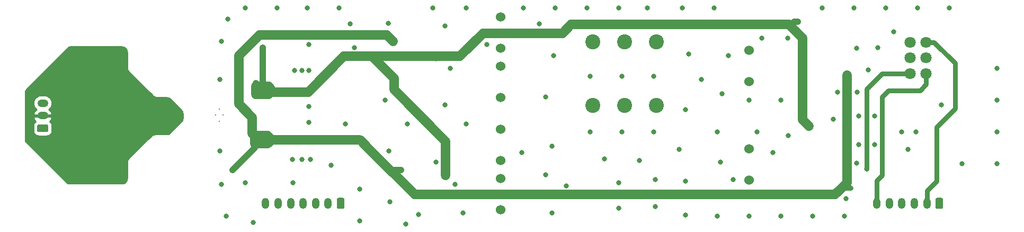
<source format=gbr>
G04 #@! TF.GenerationSoftware,KiCad,Pcbnew,(5.1.0)-1*
G04 #@! TF.CreationDate,2019-06-01T21:06:23-04:00*
G04 #@! TF.ProjectId,preample,70726561-6d70-46c6-952e-6b696361645f,rev?*
G04 #@! TF.SameCoordinates,Original*
G04 #@! TF.FileFunction,Copper,L3,Inr*
G04 #@! TF.FilePolarity,Positive*
%FSLAX46Y46*%
G04 Gerber Fmt 4.6, Leading zero omitted, Abs format (unit mm)*
G04 Created by KiCad (PCBNEW (5.1.0)-1) date 2019-06-01 21:06:23*
%MOMM*%
%LPD*%
G04 APERTURE LIST*
%ADD10C,1.800000*%
%ADD11C,0.250000*%
%ADD12C,1.524000*%
%ADD13C,2.400000*%
%ADD14C,0.100000*%
%ADD15C,1.200000*%
%ADD16O,1.750000X1.200000*%
%ADD17O,1.200000X1.750000*%
%ADD18C,0.800000*%
%ADD19C,1.500000*%
%ADD20C,1.000000*%
%ADD21C,0.750000*%
%ADD22C,0.254000*%
G04 APERTURE END LIST*
D10*
X190817000Y-56809000D03*
X188317000Y-56809000D03*
X190817000Y-59309000D03*
X188317000Y-59309000D03*
X190817000Y-61809000D03*
X188317000Y-61809000D03*
D11*
X77336000Y-68453000D03*
X78486000Y-68453000D03*
X77911000Y-69403000D03*
X77911000Y-67503000D03*
D12*
X162560000Y-78827000D03*
X162560000Y-73827000D03*
X122809000Y-78589500D03*
X122809000Y-83589500D03*
X122809000Y-70715500D03*
X122809000Y-75715500D03*
X162560000Y-58079000D03*
X162560000Y-63079000D03*
X122809000Y-60619000D03*
X122809000Y-65619000D03*
X122809000Y-52785000D03*
X122809000Y-57785000D03*
D13*
X147701000Y-66929000D03*
X142621000Y-66929000D03*
X137541000Y-66929000D03*
X137541000Y-56769000D03*
X142621000Y-56769000D03*
X147701000Y-56769000D03*
D14*
G36*
X50306505Y-69949204D02*
G01*
X50330773Y-69952804D01*
X50354572Y-69958765D01*
X50377671Y-69967030D01*
X50399850Y-69977520D01*
X50420893Y-69990132D01*
X50440599Y-70004747D01*
X50458777Y-70021223D01*
X50475253Y-70039401D01*
X50489868Y-70059107D01*
X50502480Y-70080150D01*
X50512970Y-70102329D01*
X50521235Y-70125428D01*
X50527196Y-70149227D01*
X50530796Y-70173495D01*
X50532000Y-70197999D01*
X50532000Y-70898001D01*
X50530796Y-70922505D01*
X50527196Y-70946773D01*
X50521235Y-70970572D01*
X50512970Y-70993671D01*
X50502480Y-71015850D01*
X50489868Y-71036893D01*
X50475253Y-71056599D01*
X50458777Y-71074777D01*
X50440599Y-71091253D01*
X50420893Y-71105868D01*
X50399850Y-71118480D01*
X50377671Y-71128970D01*
X50354572Y-71137235D01*
X50330773Y-71143196D01*
X50306505Y-71146796D01*
X50282001Y-71148000D01*
X49031999Y-71148000D01*
X49007495Y-71146796D01*
X48983227Y-71143196D01*
X48959428Y-71137235D01*
X48936329Y-71128970D01*
X48914150Y-71118480D01*
X48893107Y-71105868D01*
X48873401Y-71091253D01*
X48855223Y-71074777D01*
X48838747Y-71056599D01*
X48824132Y-71036893D01*
X48811520Y-71015850D01*
X48801030Y-70993671D01*
X48792765Y-70970572D01*
X48786804Y-70946773D01*
X48783204Y-70922505D01*
X48782000Y-70898001D01*
X48782000Y-70197999D01*
X48783204Y-70173495D01*
X48786804Y-70149227D01*
X48792765Y-70125428D01*
X48801030Y-70102329D01*
X48811520Y-70080150D01*
X48824132Y-70059107D01*
X48838747Y-70039401D01*
X48855223Y-70021223D01*
X48873401Y-70004747D01*
X48893107Y-69990132D01*
X48914150Y-69977520D01*
X48936329Y-69967030D01*
X48959428Y-69958765D01*
X48983227Y-69952804D01*
X49007495Y-69949204D01*
X49031999Y-69948000D01*
X50282001Y-69948000D01*
X50306505Y-69949204D01*
X50306505Y-69949204D01*
G37*
D15*
X49657000Y-70548000D03*
D16*
X49657000Y-68548000D03*
X49657000Y-66548000D03*
D14*
G36*
X97656505Y-81676204D02*
G01*
X97680773Y-81679804D01*
X97704572Y-81685765D01*
X97727671Y-81694030D01*
X97749850Y-81704520D01*
X97770893Y-81717132D01*
X97790599Y-81731747D01*
X97808777Y-81748223D01*
X97825253Y-81766401D01*
X97839868Y-81786107D01*
X97852480Y-81807150D01*
X97862970Y-81829329D01*
X97871235Y-81852428D01*
X97877196Y-81876227D01*
X97880796Y-81900495D01*
X97882000Y-81924999D01*
X97882000Y-83175001D01*
X97880796Y-83199505D01*
X97877196Y-83223773D01*
X97871235Y-83247572D01*
X97862970Y-83270671D01*
X97852480Y-83292850D01*
X97839868Y-83313893D01*
X97825253Y-83333599D01*
X97808777Y-83351777D01*
X97790599Y-83368253D01*
X97770893Y-83382868D01*
X97749850Y-83395480D01*
X97727671Y-83405970D01*
X97704572Y-83414235D01*
X97680773Y-83420196D01*
X97656505Y-83423796D01*
X97632001Y-83425000D01*
X96931999Y-83425000D01*
X96907495Y-83423796D01*
X96883227Y-83420196D01*
X96859428Y-83414235D01*
X96836329Y-83405970D01*
X96814150Y-83395480D01*
X96793107Y-83382868D01*
X96773401Y-83368253D01*
X96755223Y-83351777D01*
X96738747Y-83333599D01*
X96724132Y-83313893D01*
X96711520Y-83292850D01*
X96701030Y-83270671D01*
X96692765Y-83247572D01*
X96686804Y-83223773D01*
X96683204Y-83199505D01*
X96682000Y-83175001D01*
X96682000Y-81924999D01*
X96683204Y-81900495D01*
X96686804Y-81876227D01*
X96692765Y-81852428D01*
X96701030Y-81829329D01*
X96711520Y-81807150D01*
X96724132Y-81786107D01*
X96738747Y-81766401D01*
X96755223Y-81748223D01*
X96773401Y-81731747D01*
X96793107Y-81717132D01*
X96814150Y-81704520D01*
X96836329Y-81694030D01*
X96859428Y-81685765D01*
X96883227Y-81679804D01*
X96907495Y-81676204D01*
X96931999Y-81675000D01*
X97632001Y-81675000D01*
X97656505Y-81676204D01*
X97656505Y-81676204D01*
G37*
D15*
X97282000Y-82550000D03*
D17*
X95282000Y-82550000D03*
X93282000Y-82550000D03*
X91282000Y-82550000D03*
X89282000Y-82550000D03*
X87282000Y-82550000D03*
X85282000Y-82550000D03*
D14*
G36*
X193351005Y-81676204D02*
G01*
X193375273Y-81679804D01*
X193399072Y-81685765D01*
X193422171Y-81694030D01*
X193444350Y-81704520D01*
X193465393Y-81717132D01*
X193485099Y-81731747D01*
X193503277Y-81748223D01*
X193519753Y-81766401D01*
X193534368Y-81786107D01*
X193546980Y-81807150D01*
X193557470Y-81829329D01*
X193565735Y-81852428D01*
X193571696Y-81876227D01*
X193575296Y-81900495D01*
X193576500Y-81924999D01*
X193576500Y-83175001D01*
X193575296Y-83199505D01*
X193571696Y-83223773D01*
X193565735Y-83247572D01*
X193557470Y-83270671D01*
X193546980Y-83292850D01*
X193534368Y-83313893D01*
X193519753Y-83333599D01*
X193503277Y-83351777D01*
X193485099Y-83368253D01*
X193465393Y-83382868D01*
X193444350Y-83395480D01*
X193422171Y-83405970D01*
X193399072Y-83414235D01*
X193375273Y-83420196D01*
X193351005Y-83423796D01*
X193326501Y-83425000D01*
X192626499Y-83425000D01*
X192601995Y-83423796D01*
X192577727Y-83420196D01*
X192553928Y-83414235D01*
X192530829Y-83405970D01*
X192508650Y-83395480D01*
X192487607Y-83382868D01*
X192467901Y-83368253D01*
X192449723Y-83351777D01*
X192433247Y-83333599D01*
X192418632Y-83313893D01*
X192406020Y-83292850D01*
X192395530Y-83270671D01*
X192387265Y-83247572D01*
X192381304Y-83223773D01*
X192377704Y-83199505D01*
X192376500Y-83175001D01*
X192376500Y-81924999D01*
X192377704Y-81900495D01*
X192381304Y-81876227D01*
X192387265Y-81852428D01*
X192395530Y-81829329D01*
X192406020Y-81807150D01*
X192418632Y-81786107D01*
X192433247Y-81766401D01*
X192449723Y-81748223D01*
X192467901Y-81731747D01*
X192487607Y-81717132D01*
X192508650Y-81704520D01*
X192530829Y-81694030D01*
X192553928Y-81685765D01*
X192577727Y-81679804D01*
X192601995Y-81676204D01*
X192626499Y-81675000D01*
X193326501Y-81675000D01*
X193351005Y-81676204D01*
X193351005Y-81676204D01*
G37*
D15*
X192976500Y-82550000D03*
D17*
X190976500Y-82550000D03*
X188976500Y-82550000D03*
X186976500Y-82550000D03*
X184976500Y-82550000D03*
X182976500Y-82550000D03*
D18*
X62738000Y-58166000D03*
X62738000Y-59182000D03*
X62738000Y-60198000D03*
X62738000Y-61214000D03*
X62738000Y-78740000D03*
X62738000Y-77724000D03*
X62738000Y-76708000D03*
X62738000Y-75692000D03*
X69342000Y-69088000D03*
X69342000Y-70866000D03*
X70612000Y-68580000D03*
X70612000Y-69850000D03*
X69342000Y-66294000D03*
X70612000Y-67310000D03*
X69342000Y-67818000D03*
X176657000Y-64770000D03*
X117348000Y-69850000D03*
X112522000Y-75946000D03*
X120650000Y-57150000D03*
X129032000Y-53848000D03*
X130048000Y-65532000D03*
X126238000Y-74422000D03*
X113919000Y-66802000D03*
X95758000Y-76454000D03*
X107696000Y-85852000D03*
X100330000Y-80264000D03*
X77978000Y-74168000D03*
X77978000Y-62738000D03*
X78232000Y-56642000D03*
X79248000Y-53086000D03*
X82042000Y-51308000D03*
X87122000Y-51308000D03*
X91948000Y-51308000D03*
X97028000Y-51308000D03*
X117348000Y-51308000D03*
X113919000Y-54229000D03*
X126492000Y-51308000D03*
X131572000Y-51308000D03*
X136652000Y-51308000D03*
X141732000Y-51308000D03*
X146304000Y-51308000D03*
X151892000Y-51308000D03*
X156972000Y-51308000D03*
X194564000Y-51308000D03*
X185674000Y-55118000D03*
X179832000Y-64770000D03*
X181610000Y-61214000D03*
X193294000Y-66802000D03*
X166370000Y-74422000D03*
X152400000Y-78994000D03*
X151384000Y-73914000D03*
X130048000Y-77978000D03*
X145034000Y-75692000D03*
X139446000Y-75438000D03*
X141732000Y-79248000D03*
X141732000Y-83312000D03*
X164592000Y-56134000D03*
X152908000Y-58674000D03*
X159258000Y-58928000D03*
X154940000Y-62738000D03*
X160020000Y-78740000D03*
X180086000Y-68580000D03*
X182626000Y-68580000D03*
X182626000Y-73152000D03*
X180086000Y-73152000D03*
X196596000Y-76200000D03*
X202184000Y-66040000D03*
X202184000Y-71120000D03*
X202184000Y-60960000D03*
X189484000Y-51308000D03*
X184404000Y-51308000D03*
X179324000Y-51308000D03*
X174244000Y-51308000D03*
X183134000Y-57658000D03*
X177800000Y-84582000D03*
X172720000Y-84582000D03*
X167640000Y-84582000D03*
X162560000Y-84582000D03*
X157480000Y-84582000D03*
X152400000Y-84455000D03*
X157988000Y-75946000D03*
X152400000Y-67564000D03*
X147320000Y-71120000D03*
X142240000Y-71120000D03*
X137160000Y-71120000D03*
X137160000Y-62230000D03*
X142240000Y-62230000D03*
X147320000Y-62230000D03*
X167640000Y-66040000D03*
X162560000Y-66040000D03*
X158242000Y-65024000D03*
X163830000Y-71120000D03*
X157480000Y-71120000D03*
X176022000Y-69088000D03*
X187960000Y-73914000D03*
X131318000Y-58928000D03*
X131064000Y-73406000D03*
X133350000Y-79756000D03*
X131064000Y-84074000D03*
X116840000Y-84074000D03*
X107950000Y-69850000D03*
X112014000Y-51308000D03*
X104394000Y-66040000D03*
X98044000Y-69850000D03*
X92202000Y-69596000D03*
X92202000Y-67056000D03*
X92202000Y-57150000D03*
X89662000Y-79248000D03*
X82042000Y-79248000D03*
X83312000Y-85598000D03*
X100330000Y-85344000D03*
X78994000Y-84582000D03*
X78232000Y-79502000D03*
X202184000Y-76200000D03*
X147574000Y-78740000D03*
X147574000Y-83058000D03*
X189230000Y-71120000D03*
X186944000Y-71120000D03*
X99441000Y-57658000D03*
X114808000Y-60960000D03*
X104884001Y-53738999D03*
X104943500Y-74168000D03*
X92202000Y-61341000D03*
X89916000Y-61341000D03*
X91059000Y-61341000D03*
X89535000Y-75565000D03*
X92456000Y-75565000D03*
X91059000Y-75565000D03*
X178054000Y-81788000D03*
X179705000Y-76149000D03*
X168783000Y-71755000D03*
X179705000Y-57785000D03*
X168765888Y-56116888D03*
X105156000Y-82296000D03*
X109728000Y-84328000D03*
X98806000Y-53848000D03*
X115570000Y-79502000D03*
X85725000Y-63881000D03*
X84709000Y-63881000D03*
X85725000Y-65151000D03*
X84709000Y-65151000D03*
X83693000Y-65151000D03*
X83693000Y-63881000D03*
X112522000Y-59436000D03*
X114173000Y-78359000D03*
X84836000Y-57658000D03*
X170307000Y-53539500D03*
X172085000Y-70231000D03*
X85598000Y-71755000D03*
X84582000Y-71755000D03*
X83566000Y-71755000D03*
X85598000Y-73025000D03*
X84582000Y-73025000D03*
X83566000Y-73025000D03*
X80010000Y-77216000D03*
X178181000Y-62103000D03*
X105664000Y-56642000D03*
X178816000Y-80137000D03*
X106934000Y-77216000D03*
X181356000Y-77089000D03*
D19*
X116332000Y-59055000D02*
X120015000Y-55372000D01*
X120015000Y-55372000D02*
X132715000Y-55372000D01*
X132715000Y-55372000D02*
X134112000Y-53975000D01*
X134112000Y-53975000D02*
X168910000Y-53975000D01*
X102108000Y-59055000D02*
X102235000Y-59055000D01*
X102108000Y-59055000D02*
X116332000Y-59055000D01*
X102235000Y-59055000D02*
X105791000Y-62611000D01*
X105791000Y-62611000D02*
X105791000Y-64389000D01*
X105791000Y-64389000D02*
X114046000Y-72644000D01*
X114046000Y-72644000D02*
X114046000Y-78105000D01*
X85725000Y-65151000D02*
X86124999Y-64751001D01*
D20*
X83693000Y-63881000D02*
X83693000Y-63315315D01*
D19*
X92093999Y-64751001D02*
X97790000Y-59055000D01*
X86124999Y-64751001D02*
X92093999Y-64751001D01*
X97790000Y-59055000D02*
X102108000Y-59055000D01*
X86124999Y-64280999D02*
X86124999Y-64751001D01*
X85725000Y-63881000D02*
X86124999Y-64280999D01*
X85725000Y-65151000D02*
X83693000Y-65151000D01*
X85725000Y-63881000D02*
X83693000Y-63881000D01*
X83693000Y-63881000D02*
X83693000Y-65151000D01*
D20*
X84836000Y-63754000D02*
X84709000Y-63881000D01*
X84836000Y-57658000D02*
X84836000Y-63754000D01*
X169305815Y-53975000D02*
X168910000Y-53975000D01*
X169741315Y-53539500D02*
X169305815Y-53975000D01*
X170307000Y-53539500D02*
X169741315Y-53539500D01*
D19*
X171069000Y-69215000D02*
X172085000Y-70231000D01*
X168910000Y-53975000D02*
X171069000Y-56134000D01*
X171069000Y-56134000D02*
X171069000Y-69215000D01*
X172085000Y-70231000D02*
X172085000Y-70231000D01*
X85598000Y-73025000D02*
X85997999Y-72625001D01*
X85997999Y-72154999D02*
X85598000Y-71755000D01*
X85997999Y-72625001D02*
X85997999Y-72154999D01*
X109093000Y-81153000D02*
X176276000Y-81153000D01*
X178181000Y-79248000D02*
X178181000Y-62103000D01*
X85997999Y-72625001D02*
X86195499Y-72427501D01*
X86195499Y-72427501D02*
X100240501Y-72427501D01*
X100457000Y-72517000D02*
X101790500Y-73850500D01*
D20*
X101854000Y-73787000D02*
X101790500Y-73850500D01*
X83566000Y-73025000D02*
X83566000Y-73660000D01*
X83566000Y-73660000D02*
X80010000Y-77216000D01*
D19*
X176276000Y-81153000D02*
X177006250Y-80422750D01*
X177006250Y-80422750D02*
X178181000Y-79248000D01*
X85598000Y-71755000D02*
X83566000Y-71755000D01*
X83566000Y-71755000D02*
X83566000Y-73025000D01*
X85598000Y-73025000D02*
X83566000Y-73025000D01*
X83166001Y-71355001D02*
X83166001Y-68815001D01*
X83566000Y-71755000D02*
X83166001Y-71355001D01*
X83166001Y-68815001D02*
X81026000Y-66675000D01*
X81026000Y-66675000D02*
X81026000Y-58928000D01*
X81026000Y-58928000D02*
X84328000Y-55626000D01*
X84328000Y-55626000D02*
X90932000Y-55626000D01*
X90932000Y-55626000D02*
X104648000Y-55626000D01*
X104648000Y-55626000D02*
X105664000Y-56642000D01*
X105664000Y-56642000D02*
X105664000Y-56642000D01*
X105791000Y-77851000D02*
X109093000Y-81153000D01*
D21*
X177292000Y-80137000D02*
X177006250Y-80422750D01*
X178816000Y-80137000D02*
X177292000Y-80137000D01*
D20*
X106368315Y-77216000D02*
X105156000Y-77216000D01*
X106934000Y-77216000D02*
X106368315Y-77216000D01*
D19*
X101790500Y-73850500D02*
X105156000Y-77216000D01*
X105156000Y-77216000D02*
X105791000Y-77851000D01*
D21*
X181356000Y-76523315D02*
X181356000Y-77089000D01*
X181356000Y-64262000D02*
X181356000Y-76523315D01*
X188361000Y-61809000D02*
X183809000Y-61809000D01*
X183809000Y-61809000D02*
X181356000Y-64262000D01*
X182976500Y-78897500D02*
X182976500Y-82550000D01*
X190861000Y-63520000D02*
X189865000Y-64516000D01*
X190861000Y-61809000D02*
X190861000Y-63520000D01*
X189865000Y-64516000D02*
X184785000Y-64516000D01*
X184785000Y-64516000D02*
X183769000Y-65532000D01*
X183769000Y-65532000D02*
X183769000Y-78105000D01*
X183769000Y-78105000D02*
X182976500Y-78897500D01*
X192133792Y-56809000D02*
X195453000Y-60128208D01*
X190861000Y-56809000D02*
X192133792Y-56809000D01*
X195453000Y-60128208D02*
X195453000Y-67437000D01*
X195453000Y-67437000D02*
X192532000Y-70358000D01*
X192532000Y-70358000D02*
X192532000Y-78994000D01*
X190976500Y-80549500D02*
X190976500Y-82550000D01*
X192532000Y-78994000D02*
X190976500Y-80549500D01*
D22*
G36*
X62416189Y-57548376D02*
G01*
X62579850Y-57598022D01*
X62730672Y-57678638D01*
X62862870Y-57787130D01*
X62971362Y-57919328D01*
X63051978Y-58070150D01*
X63101624Y-58233811D01*
X63119000Y-58410234D01*
X63119000Y-60799786D01*
X63119612Y-60812234D01*
X63138827Y-61007325D01*
X63143683Y-61031743D01*
X63200588Y-61219336D01*
X63210116Y-61242337D01*
X63302526Y-61415224D01*
X63316358Y-61435925D01*
X63440721Y-61587461D01*
X63449090Y-61596696D01*
X67181304Y-65328910D01*
X67190539Y-65337279D01*
X67342075Y-65461642D01*
X67362776Y-65475474D01*
X67535663Y-65567884D01*
X67558664Y-65577412D01*
X67746257Y-65634317D01*
X67770675Y-65639173D01*
X67965766Y-65658388D01*
X67978214Y-65659000D01*
X69429552Y-65659000D01*
X69605976Y-65676376D01*
X69769637Y-65726022D01*
X69920458Y-65806637D01*
X70057496Y-65919102D01*
X71748898Y-67610504D01*
X71861363Y-67747542D01*
X71941978Y-67898363D01*
X71991624Y-68062024D01*
X72009000Y-68238448D01*
X72009000Y-68921552D01*
X71991624Y-69097976D01*
X71941978Y-69261637D01*
X71861363Y-69412458D01*
X71748898Y-69549496D01*
X70057496Y-71240898D01*
X69920458Y-71353363D01*
X69769637Y-71433978D01*
X69605976Y-71483624D01*
X69429552Y-71501000D01*
X67724214Y-71501000D01*
X67711766Y-71501612D01*
X67516675Y-71520827D01*
X67492257Y-71525683D01*
X67304664Y-71582588D01*
X67281663Y-71592116D01*
X67108776Y-71684526D01*
X67088075Y-71698358D01*
X66936539Y-71822721D01*
X66927304Y-71831090D01*
X63449090Y-75309304D01*
X63440721Y-75318539D01*
X63316358Y-75470075D01*
X63302526Y-75490776D01*
X63210116Y-75663663D01*
X63200588Y-75686664D01*
X63143683Y-75874257D01*
X63138827Y-75898675D01*
X63119612Y-76093766D01*
X63119000Y-76106214D01*
X63119000Y-78495766D01*
X63101624Y-78672189D01*
X63051978Y-78835850D01*
X62971362Y-78986672D01*
X62862870Y-79118870D01*
X62730672Y-79227362D01*
X62579850Y-79307978D01*
X62416189Y-79357624D01*
X62239766Y-79375000D01*
X54014448Y-79375000D01*
X53838024Y-79357624D01*
X53674363Y-79307978D01*
X53523542Y-79227363D01*
X53386504Y-79114898D01*
X47123102Y-72851496D01*
X47010637Y-72714458D01*
X46930022Y-72563637D01*
X46880376Y-72399976D01*
X46863000Y-72223552D01*
X46863000Y-70197999D01*
X48143928Y-70197999D01*
X48143928Y-70898001D01*
X48160992Y-71071255D01*
X48211528Y-71237851D01*
X48293595Y-71391387D01*
X48404038Y-71525962D01*
X48538613Y-71636405D01*
X48692149Y-71718472D01*
X48858745Y-71769008D01*
X49031999Y-71786072D01*
X50282001Y-71786072D01*
X50455255Y-71769008D01*
X50621851Y-71718472D01*
X50775387Y-71636405D01*
X50909962Y-71525962D01*
X51020405Y-71391387D01*
X51102472Y-71237851D01*
X51153008Y-71071255D01*
X51170072Y-70898001D01*
X51170072Y-70197999D01*
X51153008Y-70024745D01*
X51102472Y-69858149D01*
X51020405Y-69704613D01*
X50909962Y-69570038D01*
X50775387Y-69459595D01*
X50770594Y-69457033D01*
X50895078Y-69331474D01*
X51029421Y-69128533D01*
X51121591Y-68903282D01*
X51125462Y-68865609D01*
X51000731Y-68675000D01*
X49784000Y-68675000D01*
X49784000Y-68695000D01*
X49530000Y-68695000D01*
X49530000Y-68675000D01*
X48313269Y-68675000D01*
X48188538Y-68865609D01*
X48192409Y-68903282D01*
X48284579Y-69128533D01*
X48418922Y-69331474D01*
X48543406Y-69457033D01*
X48538613Y-69459595D01*
X48404038Y-69570038D01*
X48293595Y-69704613D01*
X48211528Y-69858149D01*
X48160992Y-70024745D01*
X48143928Y-70197999D01*
X46863000Y-70197999D01*
X46863000Y-66548000D01*
X48141025Y-66548000D01*
X48164870Y-66790102D01*
X48235489Y-67022901D01*
X48350167Y-67237449D01*
X48504498Y-67425502D01*
X48654348Y-67548481D01*
X48590275Y-67591693D01*
X48418922Y-67764526D01*
X48284579Y-67967467D01*
X48192409Y-68192718D01*
X48188538Y-68230391D01*
X48313269Y-68421000D01*
X49530000Y-68421000D01*
X49530000Y-68401000D01*
X49784000Y-68401000D01*
X49784000Y-68421000D01*
X51000731Y-68421000D01*
X51125462Y-68230391D01*
X51121591Y-68192718D01*
X51029421Y-67967467D01*
X50895078Y-67764526D01*
X50723725Y-67591693D01*
X50659652Y-67548481D01*
X50809502Y-67425502D01*
X50963833Y-67237449D01*
X51078511Y-67022901D01*
X51149130Y-66790102D01*
X51172975Y-66548000D01*
X51149130Y-66305898D01*
X51078511Y-66073099D01*
X50963833Y-65858551D01*
X50809502Y-65670498D01*
X50621449Y-65516167D01*
X50406901Y-65401489D01*
X50174102Y-65330870D01*
X49992665Y-65313000D01*
X49321335Y-65313000D01*
X49139898Y-65330870D01*
X48907099Y-65401489D01*
X48692551Y-65516167D01*
X48504498Y-65670498D01*
X48350167Y-65858551D01*
X48235489Y-66073099D01*
X48164870Y-66305898D01*
X48141025Y-66548000D01*
X46863000Y-66548000D01*
X46863000Y-64936448D01*
X46880376Y-64760024D01*
X46930022Y-64596363D01*
X47010637Y-64445542D01*
X47123102Y-64308504D01*
X53752317Y-57679289D01*
X53859440Y-57597091D01*
X53976447Y-57548625D01*
X54110321Y-57531000D01*
X62239766Y-57531000D01*
X62416189Y-57548376D01*
X62416189Y-57548376D01*
G37*
X62416189Y-57548376D02*
X62579850Y-57598022D01*
X62730672Y-57678638D01*
X62862870Y-57787130D01*
X62971362Y-57919328D01*
X63051978Y-58070150D01*
X63101624Y-58233811D01*
X63119000Y-58410234D01*
X63119000Y-60799786D01*
X63119612Y-60812234D01*
X63138827Y-61007325D01*
X63143683Y-61031743D01*
X63200588Y-61219336D01*
X63210116Y-61242337D01*
X63302526Y-61415224D01*
X63316358Y-61435925D01*
X63440721Y-61587461D01*
X63449090Y-61596696D01*
X67181304Y-65328910D01*
X67190539Y-65337279D01*
X67342075Y-65461642D01*
X67362776Y-65475474D01*
X67535663Y-65567884D01*
X67558664Y-65577412D01*
X67746257Y-65634317D01*
X67770675Y-65639173D01*
X67965766Y-65658388D01*
X67978214Y-65659000D01*
X69429552Y-65659000D01*
X69605976Y-65676376D01*
X69769637Y-65726022D01*
X69920458Y-65806637D01*
X70057496Y-65919102D01*
X71748898Y-67610504D01*
X71861363Y-67747542D01*
X71941978Y-67898363D01*
X71991624Y-68062024D01*
X72009000Y-68238448D01*
X72009000Y-68921552D01*
X71991624Y-69097976D01*
X71941978Y-69261637D01*
X71861363Y-69412458D01*
X71748898Y-69549496D01*
X70057496Y-71240898D01*
X69920458Y-71353363D01*
X69769637Y-71433978D01*
X69605976Y-71483624D01*
X69429552Y-71501000D01*
X67724214Y-71501000D01*
X67711766Y-71501612D01*
X67516675Y-71520827D01*
X67492257Y-71525683D01*
X67304664Y-71582588D01*
X67281663Y-71592116D01*
X67108776Y-71684526D01*
X67088075Y-71698358D01*
X66936539Y-71822721D01*
X66927304Y-71831090D01*
X63449090Y-75309304D01*
X63440721Y-75318539D01*
X63316358Y-75470075D01*
X63302526Y-75490776D01*
X63210116Y-75663663D01*
X63200588Y-75686664D01*
X63143683Y-75874257D01*
X63138827Y-75898675D01*
X63119612Y-76093766D01*
X63119000Y-76106214D01*
X63119000Y-78495766D01*
X63101624Y-78672189D01*
X63051978Y-78835850D01*
X62971362Y-78986672D01*
X62862870Y-79118870D01*
X62730672Y-79227362D01*
X62579850Y-79307978D01*
X62416189Y-79357624D01*
X62239766Y-79375000D01*
X54014448Y-79375000D01*
X53838024Y-79357624D01*
X53674363Y-79307978D01*
X53523542Y-79227363D01*
X53386504Y-79114898D01*
X47123102Y-72851496D01*
X47010637Y-72714458D01*
X46930022Y-72563637D01*
X46880376Y-72399976D01*
X46863000Y-72223552D01*
X46863000Y-70197999D01*
X48143928Y-70197999D01*
X48143928Y-70898001D01*
X48160992Y-71071255D01*
X48211528Y-71237851D01*
X48293595Y-71391387D01*
X48404038Y-71525962D01*
X48538613Y-71636405D01*
X48692149Y-71718472D01*
X48858745Y-71769008D01*
X49031999Y-71786072D01*
X50282001Y-71786072D01*
X50455255Y-71769008D01*
X50621851Y-71718472D01*
X50775387Y-71636405D01*
X50909962Y-71525962D01*
X51020405Y-71391387D01*
X51102472Y-71237851D01*
X51153008Y-71071255D01*
X51170072Y-70898001D01*
X51170072Y-70197999D01*
X51153008Y-70024745D01*
X51102472Y-69858149D01*
X51020405Y-69704613D01*
X50909962Y-69570038D01*
X50775387Y-69459595D01*
X50770594Y-69457033D01*
X50895078Y-69331474D01*
X51029421Y-69128533D01*
X51121591Y-68903282D01*
X51125462Y-68865609D01*
X51000731Y-68675000D01*
X49784000Y-68675000D01*
X49784000Y-68695000D01*
X49530000Y-68695000D01*
X49530000Y-68675000D01*
X48313269Y-68675000D01*
X48188538Y-68865609D01*
X48192409Y-68903282D01*
X48284579Y-69128533D01*
X48418922Y-69331474D01*
X48543406Y-69457033D01*
X48538613Y-69459595D01*
X48404038Y-69570038D01*
X48293595Y-69704613D01*
X48211528Y-69858149D01*
X48160992Y-70024745D01*
X48143928Y-70197999D01*
X46863000Y-70197999D01*
X46863000Y-66548000D01*
X48141025Y-66548000D01*
X48164870Y-66790102D01*
X48235489Y-67022901D01*
X48350167Y-67237449D01*
X48504498Y-67425502D01*
X48654348Y-67548481D01*
X48590275Y-67591693D01*
X48418922Y-67764526D01*
X48284579Y-67967467D01*
X48192409Y-68192718D01*
X48188538Y-68230391D01*
X48313269Y-68421000D01*
X49530000Y-68421000D01*
X49530000Y-68401000D01*
X49784000Y-68401000D01*
X49784000Y-68421000D01*
X51000731Y-68421000D01*
X51125462Y-68230391D01*
X51121591Y-68192718D01*
X51029421Y-67967467D01*
X50895078Y-67764526D01*
X50723725Y-67591693D01*
X50659652Y-67548481D01*
X50809502Y-67425502D01*
X50963833Y-67237449D01*
X51078511Y-67022901D01*
X51149130Y-66790102D01*
X51172975Y-66548000D01*
X51149130Y-66305898D01*
X51078511Y-66073099D01*
X50963833Y-65858551D01*
X50809502Y-65670498D01*
X50621449Y-65516167D01*
X50406901Y-65401489D01*
X50174102Y-65330870D01*
X49992665Y-65313000D01*
X49321335Y-65313000D01*
X49139898Y-65330870D01*
X48907099Y-65401489D01*
X48692551Y-65516167D01*
X48504498Y-65670498D01*
X48350167Y-65858551D01*
X48235489Y-66073099D01*
X48164870Y-66305898D01*
X48141025Y-66548000D01*
X46863000Y-66548000D01*
X46863000Y-64936448D01*
X46880376Y-64760024D01*
X46930022Y-64596363D01*
X47010637Y-64445542D01*
X47123102Y-64308504D01*
X53752317Y-57679289D01*
X53859440Y-57597091D01*
X53976447Y-57548625D01*
X54110321Y-57531000D01*
X62239766Y-57531000D01*
X62416189Y-57548376D01*
M02*

</source>
